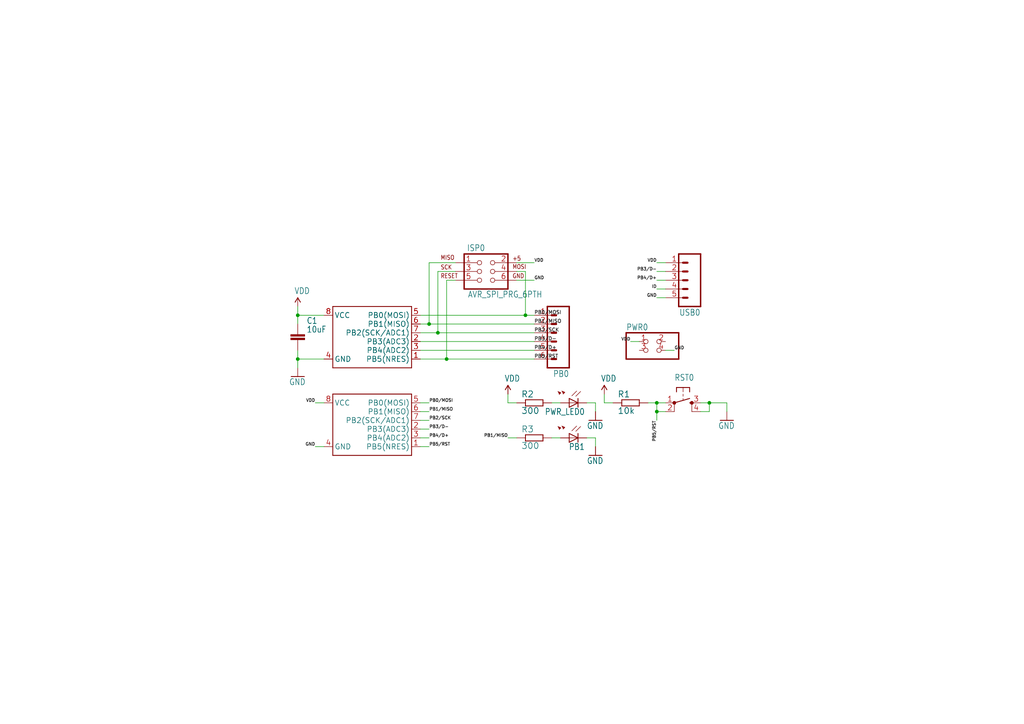
<source format=kicad_sch>
(kicad_sch (version 20250114) (generator "eeschema") (generator_version "9.0")
  (paper "A4")
  (lib_symbols
    (symbol "ATtiny prog board with USB-eagle-import:ATTINY45TINY85-20-DIP"
      (symbol "ATTINY45TINY85-20-DIP_1_0"
        (polyline (pts (xy -12.7 10.16) (xy 10.16 10.16)) (stroke (width 0.254)))
        (polyline (pts (xy -12.7 -7.62) (xy -12.7 10.16)) (stroke (width 0.254)))
        (polyline (pts (xy 10.16 10.16) (xy 10.16 -7.62)) (stroke (width 0.254)))
        (polyline (pts (xy 10.16 -7.62) (xy -12.7 -7.62)) (stroke (width 0.254)))
        (pin bidirectional line (at -15.24 7.62 0) (length 2.54) (name "VCC") (number "8"))
        (pin bidirectional line (at -15.24 -5.08 0) (length 2.54) (name "GND") (number "4"))
        (pin bidirectional line (at 12.7 7.62 180) (length 2.54) (name "PB0(MOSI)") (number "5"))
        (pin bidirectional line (at 12.7 5.08 180) (length 2.54) (name "PB1(MISO)") (number "6"))
        (pin bidirectional line (at 12.7 2.54 180) (length 2.54) (name "PB2(SCK/ADC1)") (number "7"))
        (pin bidirectional line (at 12.7 0 180) (length 2.54) (name "PB3(ADC3)") (number "2"))
        (pin bidirectional line (at 12.7 -2.54 180) (length 2.54) (name "PB4(ADC2)") (number "3"))
        (pin bidirectional line (at 12.7 -5.08 180) (length 2.54) (name "PB5(NRES)") (number "1"))
      )
    )
    (symbol "ATtiny prog board with USB-eagle-import:ATTINY45TINY85-20-SMT"
      (symbol "ATTINY45TINY85-20-SMT_1_0"
        (polyline (pts (xy -12.7 10.16) (xy 10.16 10.16)) (stroke (width 0.254)))
        (polyline (pts (xy -12.7 -7.62) (xy -12.7 10.16)) (stroke (width 0.254)))
        (polyline (pts (xy 10.16 10.16) (xy 10.16 -7.62)) (stroke (width 0.254)))
        (polyline (pts (xy 10.16 -7.62) (xy -12.7 -7.62)) (stroke (width 0.254)))
        (pin bidirectional line (at -15.24 7.62 0) (length 2.54) (name "VCC") (number "8"))
        (pin bidirectional line (at -15.24 -5.08 0) (length 2.54) (name "GND") (number "4"))
        (pin bidirectional line (at 12.7 7.62 180) (length 2.54) (name "PB0(MOSI)") (number "5"))
        (pin bidirectional line (at 12.7 5.08 180) (length 2.54) (name "PB1(MISO)") (number "6"))
        (pin bidirectional line (at 12.7 2.54 180) (length 2.54) (name "PB2(SCK/ADC1)") (number "7"))
        (pin bidirectional line (at 12.7 0 180) (length 2.54) (name "PB3(ADC3)") (number "2"))
        (pin bidirectional line (at 12.7 -2.54 180) (length 2.54) (name "PB4(ADC2)") (number "3"))
        (pin bidirectional line (at 12.7 -5.08 180) (length 2.54) (name "PB5(NRES)") (number "1"))
      )
    )
    (symbol "ATtiny prog board with USB-eagle-import:AVR_SPI_PRG_6PTH"
      (property "Reference" "J" (at -4.318 5.842 0))
      (symbol "AVR_SPI_PRG_6PTH_1_0"
        (polyline (pts (xy -5.08 5.08) (xy -5.08 -5.08)) (stroke (width 0.4064)))
        (polyline (pts (xy -5.08 -5.08) (xy 7.62 -5.08)) (stroke (width 0.4064)))
        (polyline (pts (xy 7.62 5.08) (xy -5.08 5.08)) (stroke (width 0.4064)))
        (polyline (pts (xy 7.62 -5.08) (xy 7.62 5.08)) (stroke (width 0.4064)))
        (text "MISO" (at -11.938 3.302 0) (effects (font (size 1.27 1.0795)) (justify left bottom)))
        (text "SCK" (at -11.938 0.508 0) (effects (font (size 1.27 1.0795)) (justify left bottom)))
        (text "RESET" (at -11.938 -2.032 0) (effects (font (size 1.27 1.0795)) (justify left bottom)))
        (text "+5" (at 8.89 3.048 0) (effects (font (size 1.27 1.0795)) (justify left bottom)))
        (text "MOSI" (at 8.89 0.635 0) (effects (font (size 1.27 1.0795)) (justify left bottom)))
        (text "GND" (at 8.89 -2.032 0) (effects (font (size 1.27 1.0795)) (justify left bottom)))
        (pin passive inverted (at -7.62 2.54 0) (length 7.62) (name "1") (number "1"))
        (pin passive inverted (at -7.62 0 0) (length 7.62) (name "3") (number "3"))
        (pin passive inverted (at -7.62 -2.54 0) (length 7.62) (name "5") (number "5"))
        (pin passive inverted (at 10.16 2.54 180) (length 7.62) (name "2") (number "2"))
        (pin passive inverted (at 10.16 0 180) (length 7.62) (name "4") (number "4"))
        (pin passive inverted (at 10.16 -2.54 180) (length 7.62) (name "6") (number "6"))
      )
    )
    (symbol "ATtiny prog board with USB-eagle-import:CAPACITOR_NPOL-0805"
      (property "Reference" "C" (at 2.54 5.08 0))
      (symbol "CAPACITOR_NPOL-0805_1_0"
        (rectangle (start -2.032 1.524) (end 2.032 2.032) (fill (type outline)))
        (rectangle (start -2.032 0.508) (end 2.032 1.016) (fill (type outline)))
        (polyline (pts (xy 0 2.54) (xy 0 2.032)) (stroke (width 0.1524)))
        (polyline (pts (xy 0 0) (xy 0 0.508)) (stroke (width 0.1524)))
        (pin passive line (at 0 5.08 270) (length 2.54) (name "1") (number "1"))
        (pin passive line (at 0 -2.54 90) (length 2.54) (name "2") (number "2"))
      )
    )
    (symbol "ATtiny prog board with USB-eagle-import:GND" (power)
      (symbol "GND_1_0"
        (polyline (pts (xy -1.905 0) (xy 1.905 0)) (stroke (width 0.254)))
        (pin power_in line (at 0 2.54 270) (length 2.54) (name "GND") (number "1"))
      )
    )
    (symbol "ATtiny prog board with USB-eagle-import:LED-0805"
      (property "Reference" "LED" (at 3.556 -4.572 90))
      (symbol "LED-0805_1_0"
        (polyline (pts (xy -3.429 2.159) (xy -3.048 1.27) (xy -2.54 1.778)) (stroke (width 0.1524)) (fill (type outline)))
        (polyline (pts (xy -3.302 3.302) (xy -2.921 2.413) (xy -2.413 2.921)) (stroke (width 0.1524)) (fill (type outline)))
        (polyline (pts (xy -2.032 -0.762) (xy -3.429 -2.159)) (stroke (width 0.1524)))
        (polyline (pts (xy -1.905 -1.905) (xy -3.302 -3.302)) (stroke (width 0.1524)))
        (polyline (pts (xy 0 0) (xy -1.27 0)) (stroke (width 0.254)))
        (polyline (pts (xy 0 0) (xy 0 -2.54)) (stroke (width 0.1524)))
        (polyline (pts (xy 0 -2.54) (xy -1.27 0)) (stroke (width 0.254)))
        (polyline (pts (xy 0 -2.54) (xy -1.27 -2.54)) (stroke (width 0.254)))
        (polyline (pts (xy 1.27 0) (xy 0 0)) (stroke (width 0.254)))
        (polyline (pts (xy 1.27 0) (xy 0 -2.54)) (stroke (width 0.254)))
        (polyline (pts (xy 1.27 -2.54) (xy 0 -2.54)) (stroke (width 0.254)))
        (pin passive line (at 0 2.54 270) (length 2.54) (name "A") (number "A"))
        (pin passive line (at 0 -5.08 90) (length 2.54) (name "C") (number "C"))
      )
    )
    (symbol "ATtiny prog board with USB-eagle-import:M05PTH"
      (property "Reference" "JP" (at -2.54 8.382 0))
      (symbol "M05PTH_1_0"
        (polyline (pts (xy -2.54 7.62) (xy -2.54 -7.62)) (stroke (width 0.4064)))
        (polyline (pts (xy -2.54 7.62) (xy 3.81 7.62)) (stroke (width 0.4064)))
        (polyline (pts (xy 1.27 5.08) (xy 2.54 5.08)) (stroke (width 0.6096)))
        (polyline (pts (xy 1.27 2.54) (xy 2.54 2.54)) (stroke (width 0.6096)))
        (polyline (pts (xy 1.27 0) (xy 2.54 0)) (stroke (width 0.6096)))
        (polyline (pts (xy 1.27 -2.54) (xy 2.54 -2.54)) (stroke (width 0.6096)))
        (polyline (pts (xy 1.27 -5.08) (xy 2.54 -5.08)) (stroke (width 0.6096)))
        (polyline (pts (xy 3.81 -7.62) (xy -2.54 -7.62)) (stroke (width 0.4064)))
        (polyline (pts (xy 3.81 -7.62) (xy 3.81 7.62)) (stroke (width 0.4064)))
        (pin passive line (at 7.62 5.08 180) (length 5.08) (name "5") (number "5"))
        (pin passive line (at 7.62 2.54 180) (length 5.08) (name "4") (number "4"))
        (pin passive line (at 7.62 0 180) (length 5.08) (name "3") (number "3"))
        (pin passive line (at 7.62 -2.54 180) (length 5.08) (name "2") (number "2"))
        (pin passive line (at 7.62 -5.08 180) (length 5.08) (name "1") (number "1"))
      )
    )
    (symbol "ATtiny prog board with USB-eagle-import:M06SILK_FEMALE_PTH"
      (property "Reference" "JP" (at -5.08 10.922 0))
      (symbol "M06SILK_FEMALE_PTH_1_0"
        (polyline (pts (xy -5.08 10.16) (xy -5.08 -7.62)) (stroke (width 0.4064)))
        (polyline (pts (xy -5.08 10.16) (xy 1.27 10.16)) (stroke (width 0.4064)))
        (polyline (pts (xy -1.27 7.62) (xy 0 7.62)) (stroke (width 0.6096)))
        (polyline (pts (xy -1.27 5.08) (xy 0 5.08)) (stroke (width 0.6096)))
        (polyline (pts (xy -1.27 2.54) (xy 0 2.54)) (stroke (width 0.6096)))
        (polyline (pts (xy -1.27 0) (xy 0 0)) (stroke (width 0.6096)))
        (polyline (pts (xy -1.27 -2.54) (xy 0 -2.54)) (stroke (width 0.6096)))
        (polyline (pts (xy -1.27 -5.08) (xy 0 -5.08)) (stroke (width 0.6096)))
        (polyline (pts (xy 1.27 -7.62) (xy -5.08 -7.62)) (stroke (width 0.4064)))
        (polyline (pts (xy 1.27 -7.62) (xy 1.27 10.16)) (stroke (width 0.4064)))
        (pin passive line (at 5.08 7.62 180) (length 5.08) (name "6") (number "6"))
        (pin passive line (at 5.08 5.08 180) (length 5.08) (name "5") (number "5"))
        (pin passive line (at 5.08 2.54 180) (length 5.08) (name "4") (number "4"))
        (pin passive line (at 5.08 0 180) (length 5.08) (name "3") (number "3"))
        (pin passive line (at 5.08 -2.54 180) (length 5.08) (name "2") (number "2"))
        (pin passive line (at 5.08 -5.08 180) (length 5.08) (name "1") (number "1"))
      )
    )
    (symbol "ATtiny prog board with USB-eagle-import:PINHD-2X2"
      (property "Reference" "JP" (at -8.89 5.715 0))
      (symbol "PINHD-2X2_1_0"
        (polyline (pts (xy -8.89 5.08) (xy -8.89 -2.54)) (stroke (width 0.4064)))
        (polyline (pts (xy -8.89 -2.54) (xy 6.35 -2.54)) (stroke (width 0.4064)))
        (polyline (pts (xy 6.35 5.08) (xy -8.89 5.08)) (stroke (width 0.4064)))
        (polyline (pts (xy 6.35 -2.54) (xy 6.35 5.08)) (stroke (width 0.4064)))
        (pin passive inverted (at -5.08 2.54 0) (length 2.54) (name "1") (number "1"))
        (pin passive inverted (at -5.08 0 0) (length 2.54) (name "3") (number "3"))
        (pin passive inverted (at 2.54 2.54 180) (length 2.54) (name "2") (number "2"))
        (pin passive inverted (at 2.54 0 180) (length 2.54) (name "4") (number "4"))
      )
    )
    (symbol "ATtiny prog board with USB-eagle-import:RESISTOR-0603"
      (property "Reference" "R" (at -3.81 1.4986 0))
      (symbol "RESISTOR-0603_1_0"
        (polyline (pts (xy -2.54 -0.889) (xy -2.54 0.889)) (stroke (width 0.254)))
        (polyline (pts (xy -2.54 -0.889) (xy 2.54 -0.889)) (stroke (width 0.254)))
        (polyline (pts (xy 2.54 0.889) (xy -2.54 0.889)) (stroke (width 0.254)))
        (polyline (pts (xy 2.54 -0.889) (xy 2.54 0.889)) (stroke (width 0.254)))
        (pin passive line (at -5.08 0 0) (length 2.54) (name "1") (number "1"))
        (pin passive line (at 5.08 0 180) (length 2.54) (name "2") (number "2"))
      )
    )
    (symbol "ATtiny prog board with USB-eagle-import:TAC_SWITCHPTH"
      (property "Reference" "S" (at -2.54 6.35 0))
      (symbol "TAC_SWITCHPTH_1_0"
        (circle (center -2.54 0) (radius 0.127) (stroke (width 0.4064)))
        (polyline (pts (xy -2.54 0) (xy 1.905 1.27)) (stroke (width 0.254)))
        (polyline (pts (xy -2.54 -2.54) (xy -2.54 0)) (stroke (width 0.1524)))
        (polyline (pts (xy -1.905 4.445) (xy -1.905 3.175)) (stroke (width 0.254)))
        (polyline (pts (xy 0 4.445) (xy -1.905 4.445)) (stroke (width 0.254)))
        (polyline (pts (xy 0 4.445) (xy 0 3.175)) (stroke (width 0.1524)))
        (polyline (pts (xy 0 2.54) (xy 0 1.905)) (stroke (width 0.1524)))
        (polyline (pts (xy 0 1.27) (xy 0 0.635)) (stroke (width 0.1524)))
        (polyline (pts (xy 1.905 4.445) (xy 0 4.445)) (stroke (width 0.254)))
        (polyline (pts (xy 1.905 4.445) (xy 1.905 3.175)) (stroke (width 0.254)))
        (polyline (pts (xy 1.905 0) (xy 2.54 0)) (stroke (width 0.254)))
        (circle (center 2.54 0) (radius 0.127) (stroke (width 0.4064)))
        (polyline (pts (xy 2.54 -2.54) (xy 2.54 0)) (stroke (width 0.1524)))
        (pin passive line (at -5.08 0 0) (length 2.54) (name "1") (number "1"))
        (pin passive line (at -5.08 -2.54 0) (length 2.54) (name "2") (number "2"))
        (pin passive line (at 5.08 0 180) (length 2.54) (name "3") (number "3"))
        (pin passive line (at 5.08 -2.54 180) (length 2.54) (name "4") (number "4"))
      )
    )
    (symbol "ATtiny prog board with USB-eagle-import:VDD" (power)
      (symbol "VDD_1_0"
        (polyline (pts (xy 0 2.54) (xy -0.762 1.27)) (stroke (width 0.254)))
        (polyline (pts (xy 0.762 1.27) (xy 0 2.54)) (stroke (width 0.254)))
        (pin power_in line (at 0 0 90) (length 2.54) (name "VDD") (number "1"))
      )
    )
  )
  (junction (at 86.36 104.14))
  (junction (at 190.5 119.38))
  (junction (at 124.46 93.98))
  (junction (at 190.5 116.84))
  (junction (at 86.36 91.44))
  (junction (at 129.54 104.14))
  (junction (at 205.74 116.84))
  (junction (at 152.4 91.44))
  (junction (at 127 96.52))
  (wire (pts (xy 149.86 78.74) (xy 152.4 78.74)) (stroke (width 0.1524)))
  (wire (pts (xy 190.5 116.84) (xy 193.04 116.84)) (stroke (width 0.1524)))
  (wire (pts (xy 154.94 93.98) (xy 124.46 93.98)) (stroke (width 0.1524)))
  (wire (pts (xy 127 96.52) (xy 121.92 96.52)) (stroke (width 0.1524)))
  (wire (pts (xy 93.98 91.44) (xy 86.36 91.44)) (stroke (width 0.1524)))
  (wire (pts (xy 170.18 127) (xy 172.72 127)) (stroke (width 0.1524)))
  (wire (pts (xy 170.18 116.84) (xy 172.72 116.84)) (stroke (width 0.1524)))
  (wire (pts (xy 121.92 129.54) (xy 124.46 129.54)) (stroke (width 0.1524)))
  (wire (pts (xy 86.36 101.6) (xy 86.36 104.14)) (stroke (width 0.1524)))
  (wire (pts (xy 121.92 124.46) (xy 124.46 124.46)) (stroke (width 0.1524)))
  (wire (pts (xy 132.08 76.2) (xy 124.46 76.2)) (stroke (width 0.1524)))
  (wire (pts (xy 172.72 116.84) (xy 172.72 119.38)) (stroke (width 0.1524)))
  (wire (pts (xy 210.82 116.84) (xy 210.82 119.38)) (stroke (width 0.1524)))
  (wire (pts (xy 93.98 104.14) (xy 86.36 104.14)) (stroke (width 0.1524)))
  (wire (pts (xy 160.02 116.84) (xy 162.56 116.84)) (stroke (width 0.1524)))
  (wire (pts (xy 124.46 76.2) (xy 124.46 93.98)) (stroke (width 0.1524)))
  (wire (pts (xy 93.98 116.84) (xy 91.44 116.84)) (stroke (width 0.1524)))
  (wire (pts (xy 121.92 116.84) (xy 124.46 116.84)) (stroke (width 0.1524)))
  (wire (pts (xy 86.36 91.44) (xy 86.36 93.98)) (stroke (width 0.1524)))
  (wire (pts (xy 121.92 121.92) (xy 124.46 121.92)) (stroke (width 0.1524)))
  (wire (pts (xy 86.36 104.14) (xy 86.36 106.68)) (stroke (width 0.1524)))
  (wire (pts (xy 129.54 104.14) (xy 121.92 104.14)) (stroke (width 0.1524)))
  (wire (pts (xy 124.46 93.98) (xy 121.92 93.98)) (stroke (width 0.1524)))
  (wire (pts (xy 147.32 116.84) (xy 147.32 114.3)) (stroke (width 0.1524)))
  (wire (pts (xy 86.36 91.44) (xy 86.36 88.9)) (stroke (width 0.1524)))
  (wire (pts (xy 154.94 101.6) (xy 121.92 101.6)) (stroke (width 0.1524)))
  (wire (pts (xy 187.96 116.84) (xy 190.5 116.84)) (stroke (width 0.1524)))
  (wire (pts (xy 205.74 116.84) (xy 203.2 116.84)) (stroke (width 0.1524)))
  (wire (pts (xy 149.86 81.28) (xy 154.94 81.28)) (stroke (width 0.1524)))
  (wire (pts (xy 190.5 119.38) (xy 190.5 121.92)) (stroke (width 0.1524)))
  (wire (pts (xy 175.26 116.84) (xy 175.26 114.3)) (stroke (width 0.1524)))
  (wire (pts (xy 154.94 91.44) (xy 152.4 91.44)) (stroke (width 0.1524)))
  (wire (pts (xy 203.2 119.38) (xy 205.74 119.38)) (stroke (width 0.1524)))
  (wire (pts (xy 149.86 127) (xy 147.32 127)) (stroke (width 0.1524)))
  (wire (pts (xy 193.04 101.6) (xy 195.58 101.6)) (stroke (width 0.1524)))
  (wire (pts (xy 205.74 119.38) (xy 205.74 116.84)) (stroke (width 0.1524)))
  (wire (pts (xy 93.98 129.54) (xy 91.44 129.54)) (stroke (width 0.1524)))
  (wire (pts (xy 205.74 116.84) (xy 210.82 116.84)) (stroke (width 0.1524)))
  (wire (pts (xy 172.72 127) (xy 172.72 129.54)) (stroke (width 0.1524)))
  (wire (pts (xy 193.04 76.2) (xy 190.5 76.2)) (stroke (width 0.1524)))
  (wire (pts (xy 193.04 86.36) (xy 190.5 86.36)) (stroke (width 0.1524)))
  (wire (pts (xy 149.86 76.2) (xy 154.94 76.2)) (stroke (width 0.1524)))
  (wire (pts (xy 152.4 78.74) (xy 152.4 91.44)) (stroke (width 0.1524)))
  (wire (pts (xy 190.5 119.38) (xy 190.5 116.84)) (stroke (width 0.1524)))
  (wire (pts (xy 154.94 99.06) (xy 121.92 99.06)) (stroke (width 0.1524)))
  (wire (pts (xy 154.94 104.14) (xy 129.54 104.14)) (stroke (width 0.1524)))
  (wire (pts (xy 193.04 78.74) (xy 190.5 78.74)) (stroke (width 0.1524)))
  (wire (pts (xy 121.92 119.38) (xy 124.46 119.38)) (stroke (width 0.1524)))
  (wire (pts (xy 152.4 91.44) (xy 121.92 91.44)) (stroke (width 0.1524)))
  (wire (pts (xy 121.92 127) (xy 124.46 127)) (stroke (width 0.1524)))
  (wire (pts (xy 149.86 116.84) (xy 147.32 116.84)) (stroke (width 0.1524)))
  (wire (pts (xy 193.04 81.28) (xy 190.5 81.28)) (stroke (width 0.1524)))
  (wire (pts (xy 185.42 99.06) (xy 182.88 99.06)) (stroke (width 0.1524)))
  (wire (pts (xy 132.08 78.74) (xy 127 78.74)) (stroke (width 0.1524)))
  (wire (pts (xy 160.02 127) (xy 162.56 127)) (stroke (width 0.1524)))
  (wire (pts (xy 127 78.74) (xy 127 96.52)) (stroke (width 0.1524)))
  (wire (pts (xy 193.04 83.82) (xy 190.5 83.82)) (stroke (width 0.1524)))
  (wire (pts (xy 132.08 81.28) (xy 129.54 81.28)) (stroke (width 0.1524)))
  (wire (pts (xy 154.94 96.52) (xy 127 96.52)) (stroke (width 0.1524)))
  (wire (pts (xy 193.04 119.38) (xy 190.5 119.38)) (stroke (width 0.1524)))
  (wire (pts (xy 177.8 116.84) (xy 175.26 116.84)) (stroke (width 0.1524)))
  (wire (pts (xy 129.54 81.28) (xy 129.54 104.14)) (stroke (width 0.1524)))
  (label "PB1/MISO" (at 147.32 127 180) (effects (font (size 0.889 0.889))))
  (label "PB5/RST" (at 154.94 104.14 0) (effects (font (size 1.016 1.016))))
  (label "GND" (at 154.94 81.28 0) (effects (font (size 0.889 0.889))))
  (label "ID" (at 190.5 83.82 180) (effects (font (size 0.889 0.889))))
  (label "PB4/D+" (at 154.94 101.6 0) (effects (font (size 1.016 1.016))))
  (label "PB0/MOSI" (at 154.94 91.44 0) (effects (font (size 1.016 1.016))))
  (label "PB3/D-" (at 124.46 124.46 0) (effects (font (size 0.889 0.889))))
  (label "PB3/D-" (at 190.5 78.74 180) (effects (font (size 0.889 0.889))))
  (label "PB4/D+" (at 124.46 127 0) (effects (font (size 0.889 0.889))))
  (label "PB1/MISO" (at 124.46 119.38 0) (effects (font (size 0.889 0.889))))
  (label "GND" (at 91.44 129.54 180) (effects (font (size 0.889 0.889))))
  (label "PB5/RST" (at 124.46 129.54 0) (effects (font (size 0.889 0.889))))
  (label "VDD" (at 182.88 99.06 180) (effects (font (size 0.889 0.889))))
  (label "VDD" (at 154.94 76.2 0) (effects (font (size 0.889 0.889))))
  (label "PB0/MOSI" (at 124.46 116.84 0) (effects (font (size 0.889 0.889))))
  (label "PB3/D-" (at 154.94 99.06 0) (effects (font (size 1.016 1.016))))
  (label "PB2/SCK" (at 154.94 96.52 0) (effects (font (size 1.016 1.016))))
  (label "PB1/MISO" (at 154.94 93.98 0) (effects (font (size 1.016 1.016))))
  (label "GND" (at 195.58 101.6 0) (effects (font (size 0.889 0.889))))
  (label "PB2/SCK" (at 124.46 121.92 0) (effects (font (size 0.889 0.889))))
  (label "VDD" (at 190.5 76.2 180) (effects (font (size 0.889 0.889))))
  (label "GND" (at 190.5 86.36 180) (effects (font (size 0.889 0.889))))
  (label "VDD" (at 91.44 116.84 180) (effects (font (size 0.889 0.889))))
  (label "PB5/RST" (at 190.5 121.92 270) (effects (font (size 0.889 0.889))))
  (label "PB4/D+" (at 190.5 81.28 180) (effects (font (size 0.889 0.889))))
  (symbol (lib_id "ATtiny prog board with USB-eagle-import:VDD") (at 175.26 114.3 0) (unit 1)
    (property "Reference" "#SUPPLY2" (effects (hide yes)))
    (property "Value" "VDD" (at 174.244 110.744 0) (effects (font (size 1.778 1.5113)) (justify left bottom)))
  )
  (symbol (lib_id "ATtiny prog board with USB-eagle-import:PINHD-2X2") (at 190.5 101.6 0) (unit 1)
    (property "Reference" "PWR0" (at 181.61 95.885 0) (effects (font (size 1.778 1.5113)) (justify left bottom)))
    (property "Value" "PINHD-2X2" (effects (hide yes)))
    (property "Footprint" "ATtiny prog board with USB:2X02" (effects (hide yes)))
  )
  (symbol (lib_id "ATtiny prog board with USB-eagle-import:M06SILK_FEMALE_PTH") (at 160.02 96.52 180) (unit 1)
    (property "Reference" "PB0" (at 165.1 107.442 0) (effects (font (size 1.778 1.5113)) (justify left bottom)))
    (property "Value" "M06SILK_FEMALE_PTH" (effects (hide yes)))
    (property "Footprint" "ATtiny prog board with USB:1X06" (effects (hide yes)))
  )
  (symbol (lib_id "ATtiny prog board with USB-eagle-import:VDD") (at 86.36 88.9 0) (unit 1)
    (property "Reference" "#SUPPLY1" (effects (hide yes)))
    (property "Value" "VDD" (at 85.344 85.344 0) (effects (font (size 1.778 1.5113)) (justify left bottom)))
  )
  (symbol (lib_id "ATtiny prog board with USB-eagle-import:GND") (at 172.72 132.08 0) (unit 1)
    (property "Reference" "#GND4" (effects (hide yes)))
    (property "Value" "GND" (at 170.18 134.62 0) (effects (font (size 1.778 1.5113)) (justify left bottom)))
  )
  (symbol (lib_id "ATtiny prog board with USB-eagle-import:GND") (at 172.72 121.92 0) (unit 1)
    (property "Reference" "#GND3" (effects (hide yes)))
    (property "Value" "GND" (at 170.18 124.46 0) (effects (font (size 1.778 1.5113)) (justify left bottom)))
  )
  (symbol (lib_id "ATtiny prog board with USB-eagle-import:AVR_SPI_PRG_6PTH") (at 139.7 78.74 0) (unit 1)
    (property "Reference" "ISP0" (at 135.382 72.898 0) (effects (font (size 1.778 1.5113)) (justify left bottom)))
    (property "Value" "AVR_SPI_PRG_6PTH" (at 135.636 86.36 0) (effects (font (size 1.778 1.5113)) (justify left bottom)))
    (property "Footprint" "ATtiny prog board with USB:2X3" (effects (hide yes)))
  )
  (symbol (lib_id "ATtiny prog board with USB-eagle-import:CAPACITOR_NPOL-0805") (at 86.36 99.06 0) (unit 1)
    (property "Reference" "C1" (at 88.9 93.98 0) (effects (font (size 1.778 1.5113)) (justify left bottom)))
    (property "Value" "10uF" (at 88.9 96.52 0) (effects (font (size 1.778 1.5113)) (justify left bottom)))
    (property "Footprint" "ATtiny prog board with USB:C805" (effects (hide yes)))
  )
  (symbol (lib_id "ATtiny prog board with USB-eagle-import:M05PTH") (at 200.66 81.28 180) (unit 1)
    (property "Reference" "USB0" (at 203.2 89.662 0) (effects (font (size 1.778 1.5113)) (justify left bottom)))
    (property "Value" "M05PTH" (effects (hide yes)))
    (property "Footprint" "ATtiny prog board with USB:1X05" (effects (hide yes)))
  )
  (symbol (lib_id "ATtiny prog board with USB-eagle-import:RESISTOR-0603") (at 182.88 116.84 0) (unit 1)
    (property "Reference" "R1" (at 179.07 115.3414 0) (effects (font (size 1.778 1.778)) (justify left bottom)))
    (property "Value" "10k" (at 179.07 120.142 0) (effects (font (size 1.778 1.778)) (justify left bottom)))
    (property "Footprint" "ATtiny prog board with USB:R603" (effects (hide yes)))
  )
  (symbol (lib_id "ATtiny prog board with USB-eagle-import:RESISTOR-0603") (at 154.94 127 0) (unit 1)
    (property "Reference" "R3" (at 151.13 125.5014 0) (effects (font (size 1.778 1.778)) (justify left bottom)))
    (property "Value" "300" (at 151.13 130.302 0) (effects (font (size 1.778 1.778)) (justify left bottom)))
    (property "Footprint" "ATtiny prog board with USB:R603" (effects (hide yes)))
  )
  (symbol (lib_id "ATtiny prog board with USB-eagle-import:GND") (at 86.36 109.22 0) (unit 1)
    (property "Reference" "#GND1" (effects (hide yes)))
    (property "Value" "GND" (at 83.82 111.76 0) (effects (font (size 1.778 1.5113)) (justify left bottom)))
  )
  (symbol (lib_id "ATtiny prog board with USB-eagle-import:ATTINY45TINY85-20-DIP") (at 109.22 99.06 0) (unit 1)
    (property "Reference" "DIP0" (effects (hide yes)))
    (property "Value" "ATTINY45TINY85-20-DIP" (effects (hide yes)))
    (property "Footprint" "ATtiny prog board with USB:DIP08" (effects (hide yes)))
  )
  (symbol (lib_id "ATtiny prog board with USB-eagle-import:LED-0805") (at 165.1 127 90) (mirror x) (unit 1)
    (property "Reference" "PB1" (at 169.672 130.556 90) (effects (font (size 1.778 1.5113)) (justify left bottom)))
    (property "Value" "LED-0805" (effects (hide yes)))
    (property "Footprint" "ATtiny prog board with USB:LED-805" (effects (hide yes)))
  )
  (symbol (lib_id "ATtiny prog board with USB-eagle-import:RESISTOR-0603") (at 154.94 116.84 0) (unit 1)
    (property "Reference" "R2" (at 151.13 115.3414 0) (effects (font (size 1.778 1.778)) (justify left bottom)))
    (property "Value" "300" (at 151.13 120.142 0) (effects (font (size 1.778 1.778)) (justify left bottom)))
    (property "Footprint" "ATtiny prog board with USB:R603" (effects (hide yes)))
  )
  (symbol (lib_id "ATtiny prog board with USB-eagle-import:ATTINY45TINY85-20-SMT") (at 109.22 124.46 0) (unit 1)
    (property "Reference" "SMD0" (effects (hide yes)))
    (property "Value" "ATTINY45TINY85-20-SMT" (effects (hide yes)))
    (property "Footprint" "ATtiny prog board with USB:SO08-EIAJ" (effects (hide yes)))
  )
  (symbol (lib_id "ATtiny prog board with USB-eagle-import:LED-0805") (at 165.1 116.84 90) (mirror x) (unit 1)
    (property "Reference" "PWR_LED0" (at 169.672 120.396 90) (effects (font (size 1.778 1.5113)) (justify left bottom)))
    (property "Value" "LED-0805" (effects (hide yes)))
    (property "Footprint" "ATtiny prog board with USB:LED-805" (effects (hide yes)))
  )
  (symbol (lib_id "ATtiny prog board with USB-eagle-import:GND") (at 210.82 121.92 0) (unit 1)
    (property "Reference" "#GND2" (effects (hide yes)))
    (property "Value" "GND" (at 208.28 124.46 0) (effects (font (size 1.778 1.5113)) (justify left bottom)))
  )
  (symbol (lib_id "ATtiny prog board with USB-eagle-import:TAC_SWITCHPTH") (at 198.12 116.84 0) (unit 1)
    (property "Reference" "RST0" (at 195.58 110.49 0) (effects (font (size 1.778 1.5113)) (justify left bottom)))
    (property "Value" "TAC_SWITCHPTH" (effects (hide yes)))
    (property "Footprint" "ATtiny prog board with USB:TACTILE-PTH" (effects (hide yes)))
  )
  (symbol (lib_id "ATtiny prog board with USB-eagle-import:VDD") (at 147.32 114.3 0) (unit 1)
    (property "Reference" "#SUPPLY3" (effects (hide yes)))
    (property "Value" "VDD" (at 146.304 110.744 0) (effects (font (size 1.778 1.5113)) (justify left bottom)))
  )
)
</source>
